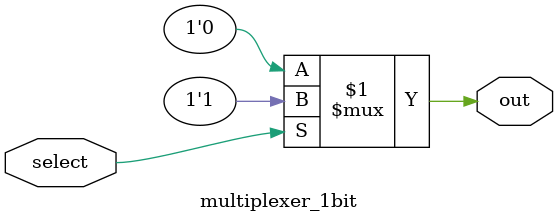
<source format=v>
`timescale 1ns/1ns
module multiplexer_1bit(select,out);
    input select;
    output out;

    assign out= (select) ? 1'b1 : 1'b0;
endmodule
</source>
